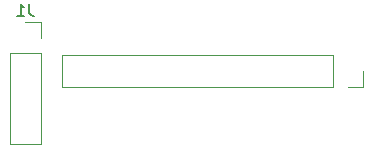
<source format=gbr>
%TF.GenerationSoftware,KiCad,Pcbnew,8.0.7*%
%TF.CreationDate,2025-01-10T14:29:54+01:00*%
%TF.ProjectId,LCD_PCB,4c43445f-5043-4422-9e6b-696361645f70,rev?*%
%TF.SameCoordinates,Original*%
%TF.FileFunction,Legend,Bot*%
%TF.FilePolarity,Positive*%
%FSLAX46Y46*%
G04 Gerber Fmt 4.6, Leading zero omitted, Abs format (unit mm)*
G04 Created by KiCad (PCBNEW 8.0.7) date 2025-01-10 14:29:54*
%MOMM*%
%LPD*%
G01*
G04 APERTURE LIST*
%ADD10C,0.150000*%
%ADD11C,0.120000*%
G04 APERTURE END LIST*
D10*
X126933333Y-85349819D02*
X126933333Y-86064104D01*
X126933333Y-86064104D02*
X126980952Y-86206961D01*
X126980952Y-86206961D02*
X127076190Y-86302200D01*
X127076190Y-86302200D02*
X127219047Y-86349819D01*
X127219047Y-86349819D02*
X127314285Y-86349819D01*
X125933333Y-86349819D02*
X126504761Y-86349819D01*
X126219047Y-86349819D02*
X126219047Y-85349819D01*
X126219047Y-85349819D02*
X126314285Y-85492676D01*
X126314285Y-85492676D02*
X126409523Y-85587914D01*
X126409523Y-85587914D02*
X126504761Y-85635533D01*
D11*
%TO.C,J1*%
X125270000Y-89495000D02*
X127930000Y-89495000D01*
X125270000Y-97175000D02*
X125270000Y-89495000D01*
X125270000Y-97175000D02*
X127930000Y-97175000D01*
X126600000Y-86895000D02*
X127930000Y-86895000D01*
X127930000Y-86895000D02*
X127930000Y-88225000D01*
X127930000Y-97175000D02*
X127930000Y-89495000D01*
%TO.C,J2*%
X129690000Y-89695000D02*
X129690000Y-92355000D01*
X129690000Y-89695000D02*
X152610000Y-89695000D01*
X129690000Y-92355000D02*
X152610000Y-92355000D01*
X152610000Y-89695000D02*
X152610000Y-92355000D01*
X155210000Y-91025000D02*
X155210000Y-92355000D01*
X155210000Y-92355000D02*
X153880000Y-92355000D01*
%TD*%
M02*

</source>
